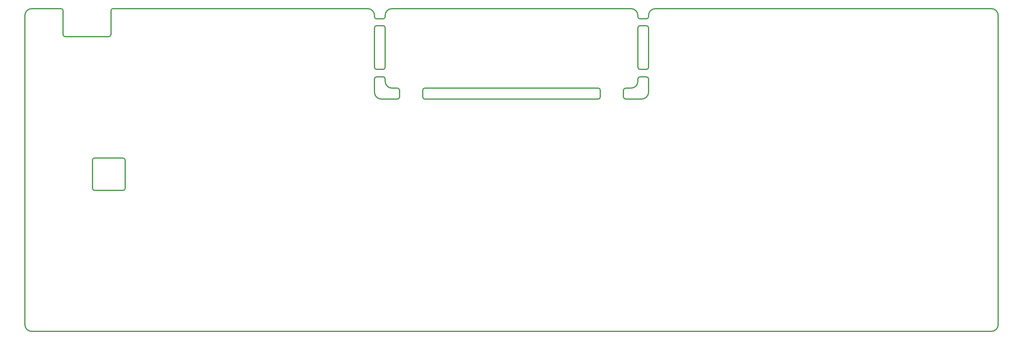
<source format=gm1>
%TF.GenerationSoftware,KiCad,Pcbnew,(6.0.1-0)*%
%TF.CreationDate,2022-02-13T08:09:00+09:00*%
%TF.ProjectId,Nora_plate_bottom,4e6f7261-5f70-46c6-9174-655f626f7474,v.1 (042)*%
%TF.SameCoordinates,Original*%
%TF.FileFunction,Profile,NP*%
%FSLAX46Y46*%
G04 Gerber Fmt 4.6, Leading zero omitted, Abs format (unit mm)*
G04 Created by KiCad (PCBNEW (6.0.1-0)) date 2022-02-13 08:09:00*
%MOMM*%
%LPD*%
G01*
G04 APERTURE LIST*
%TA.AperFunction,Profile*%
%ADD10C,0.300000*%
%TD*%
G04 APERTURE END LIST*
D10*
%TO.C,REF\u002A\u002A*%
X191324960Y-43574600D02*
X196049960Y-43574600D01*
X44174960Y-60854600D02*
X35824960Y-60854600D01*
X26024960Y-17074600D02*
X17424960Y-17074600D01*
X198044960Y-19474600D02*
X198049960Y-19074600D01*
X120924960Y-34274600D02*
X120924960Y-22674600D01*
X192924960Y-17074600D02*
X122924960Y-17074600D01*
X120324960Y-22074600D02*
X118394960Y-22074600D01*
X191324960Y-40374600D02*
X192924960Y-40374600D01*
X117794960Y-19474600D02*
X117799960Y-19074600D01*
X120919960Y-38374600D02*
X120924960Y-37674600D01*
X298424960Y-17074600D02*
X200049960Y-17074600D01*
X27224960Y-25274600D02*
X40024960Y-25274600D01*
X197444960Y-34874600D02*
X195524960Y-34874600D01*
X120324960Y-20074600D02*
X118394960Y-20074600D01*
X122924960Y-40374600D02*
X124524960Y-40374600D01*
X197444960Y-37074600D02*
X195524960Y-37074600D01*
X115799960Y-17074600D02*
X41224960Y-17074600D01*
X117794960Y-34274600D02*
X117794960Y-22674600D01*
X197444960Y-20074600D02*
X195524960Y-20074600D01*
X183924960Y-42974600D02*
X183924960Y-40974600D01*
X35824960Y-70354600D02*
X44174960Y-70354600D01*
X44774960Y-69754600D02*
X44774960Y-61454600D01*
X194924960Y-19474600D02*
X194924960Y-19074600D01*
X40624960Y-24674600D02*
X40624960Y-17674600D01*
X197444960Y-22074600D02*
X195524960Y-22074600D01*
X198044960Y-34274600D02*
X198044960Y-22674600D01*
X194924960Y-34274600D02*
X194924960Y-22674600D01*
X300424960Y-75374600D02*
X300424960Y-109674600D01*
X124524960Y-43574600D02*
X119799960Y-43574600D01*
X15424960Y-75374600D02*
X15424960Y-19074600D01*
X194924960Y-38374600D02*
X194924960Y-37674600D01*
X120924960Y-19474600D02*
X120924960Y-19074600D01*
X300424960Y-75374600D02*
X300424960Y-19074600D01*
X125124960Y-42974600D02*
X125124960Y-40974600D01*
X26624960Y-24674600D02*
X26624960Y-17674600D01*
X35224960Y-69754600D02*
X35224960Y-61454600D01*
X117799960Y-41574600D02*
X117794960Y-37674600D01*
X15424960Y-109674600D02*
X15424960Y-75374600D01*
X132524960Y-40374600D02*
X183324960Y-40374600D01*
X190724960Y-42974600D02*
X190724960Y-40974600D01*
X298424960Y-111674600D02*
X17424960Y-111674600D01*
X120324960Y-37074600D02*
X118394960Y-37074600D01*
X131924960Y-42974600D02*
X131924960Y-40974600D01*
X120324960Y-34874600D02*
X118394960Y-34874600D01*
X183324960Y-43574600D02*
X132524960Y-43574600D01*
X198049960Y-41574600D02*
X198044960Y-37674600D01*
X120924960Y-38374600D02*
G75*
G03*
X122924960Y-40374600I1999999J-1D01*
G01*
X132524960Y-40374600D02*
G75*
G03*
X131924960Y-40974600I0J-600000D01*
G01*
X191324960Y-40374600D02*
G75*
G03*
X190724960Y-40974600I0J-600000D01*
G01*
X117794960Y-34274600D02*
G75*
G03*
X118394960Y-34874600I600000J0D01*
G01*
X41224960Y-17074600D02*
G75*
G03*
X40624960Y-17674600I0J-600000D01*
G01*
X198044960Y-22674600D02*
G75*
G03*
X197444960Y-22074600I-600000J0D01*
G01*
X194924960Y-19474600D02*
G75*
G03*
X195524960Y-20074600I600000J0D01*
G01*
X183324960Y-43574600D02*
G75*
G03*
X183924960Y-42974600I0J600000D01*
G01*
X118394960Y-37074600D02*
G75*
G03*
X117794960Y-37674600I0J-600000D01*
G01*
X183924960Y-40974600D02*
G75*
G03*
X183324960Y-40374600I-600000J0D01*
G01*
X35824960Y-60854600D02*
G75*
G03*
X35224960Y-61454600I0J-600000D01*
G01*
X298424960Y-111674600D02*
G75*
G03*
X300424960Y-109674600I1J1999999D01*
G01*
X120324960Y-20074600D02*
G75*
G03*
X120924960Y-19474600I0J600000D01*
G01*
X194924960Y-34274600D02*
G75*
G03*
X195524960Y-34874600I600000J0D01*
G01*
X192924960Y-40374600D02*
G75*
G03*
X194924960Y-38374600I1J1999999D01*
G01*
X17424960Y-17074600D02*
G75*
G03*
X15424960Y-19074600I-1J-1999999D01*
G01*
X118394960Y-22074600D02*
G75*
G03*
X117794960Y-22674600I0J-600000D01*
G01*
X195524960Y-37074600D02*
G75*
G03*
X194924960Y-37674600I0J-600000D01*
G01*
X40024960Y-25274600D02*
G75*
G03*
X40624960Y-24674600I0J600000D01*
G01*
X26624960Y-24674600D02*
G75*
G03*
X27224960Y-25274600I600000J0D01*
G01*
X44174960Y-70354600D02*
G75*
G03*
X44774960Y-69754600I0J600000D01*
G01*
X200049960Y-17074600D02*
G75*
G03*
X198049960Y-19074600I-1J-1999999D01*
G01*
X197444960Y-20074600D02*
G75*
G03*
X198044960Y-19474600I0J600000D01*
G01*
X131924960Y-42974600D02*
G75*
G03*
X132524960Y-43574600I600000J0D01*
G01*
X195524960Y-22074600D02*
G75*
G03*
X194924960Y-22674600I0J-600000D01*
G01*
X198044960Y-37674600D02*
G75*
G03*
X197444960Y-37074600I-600000J0D01*
G01*
X26624960Y-17674600D02*
G75*
G03*
X26024960Y-17074600I-600000J0D01*
G01*
X196049960Y-43574600D02*
G75*
G03*
X198049960Y-41574600I1J1999999D01*
G01*
X15424960Y-109674600D02*
G75*
G03*
X17424960Y-111674600I1999999J-1D01*
G01*
X117794960Y-19474600D02*
G75*
G03*
X118394960Y-20074600I600000J0D01*
G01*
X35224960Y-69754600D02*
G75*
G03*
X35824960Y-70354600I600000J0D01*
G01*
X120924960Y-22674600D02*
G75*
G03*
X120324960Y-22074600I-600000J0D01*
G01*
X117799960Y-19074600D02*
G75*
G03*
X115799960Y-17074600I-1999999J1D01*
G01*
X125124960Y-40974600D02*
G75*
G03*
X124524960Y-40374600I-600000J0D01*
G01*
X117799960Y-41574600D02*
G75*
G03*
X119799960Y-43574600I1999999J-1D01*
G01*
X120924960Y-37674600D02*
G75*
G03*
X120324960Y-37074600I-600000J0D01*
G01*
X190724960Y-42974600D02*
G75*
G03*
X191324960Y-43574600I600000J0D01*
G01*
X197444960Y-34874600D02*
G75*
G03*
X198044960Y-34274600I0J600000D01*
G01*
X124524960Y-43574600D02*
G75*
G03*
X125124960Y-42974600I0J600000D01*
G01*
X44774960Y-61454600D02*
G75*
G03*
X44174960Y-60854600I-600000J0D01*
G01*
X122924960Y-17074600D02*
G75*
G03*
X120924960Y-19074600I-1J-1999999D01*
G01*
X300424960Y-19074600D02*
G75*
G03*
X298424960Y-17074600I-1999999J1D01*
G01*
X194924960Y-19074600D02*
G75*
G03*
X192924960Y-17074600I-1999999J1D01*
G01*
X120324960Y-34874600D02*
G75*
G03*
X120924960Y-34274600I0J600000D01*
G01*
%TD*%
M02*

</source>
